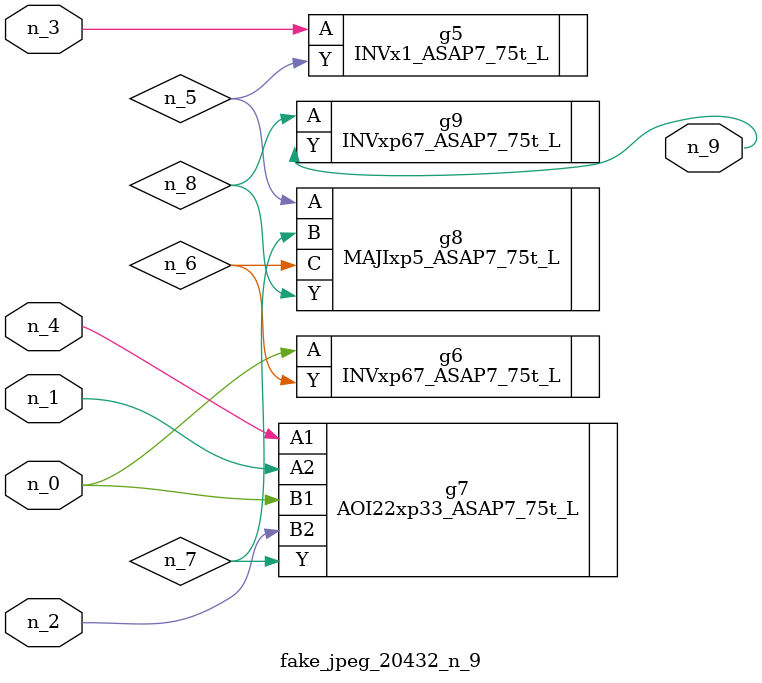
<source format=v>
module fake_jpeg_20432_n_9 (n_3, n_2, n_1, n_0, n_4, n_9);

input n_3;
input n_2;
input n_1;
input n_0;
input n_4;

output n_9;

wire n_8;
wire n_6;
wire n_5;
wire n_7;

INVx1_ASAP7_75t_L g5 ( 
.A(n_3),
.Y(n_5)
);

INVxp67_ASAP7_75t_L g6 ( 
.A(n_0),
.Y(n_6)
);

AOI22xp33_ASAP7_75t_L g7 ( 
.A1(n_4),
.A2(n_1),
.B1(n_0),
.B2(n_2),
.Y(n_7)
);

MAJIxp5_ASAP7_75t_L g8 ( 
.A(n_5),
.B(n_7),
.C(n_6),
.Y(n_8)
);

INVxp67_ASAP7_75t_L g9 ( 
.A(n_8),
.Y(n_9)
);


endmodule
</source>
